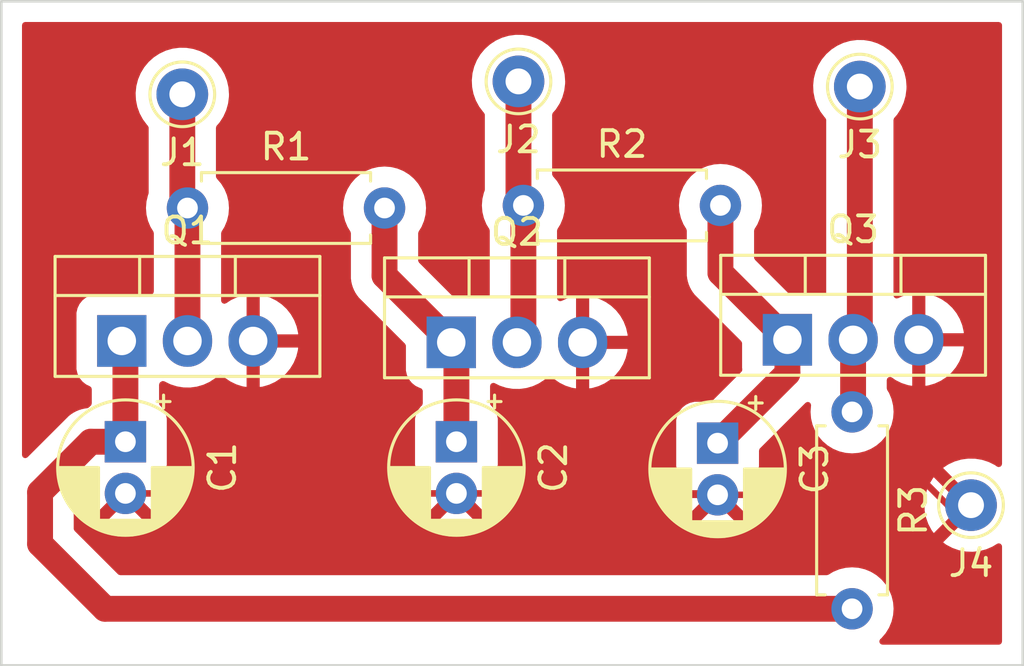
<source format=kicad_pcb>
(kicad_pcb (version 20211014) (generator pcbnew)
  (layers (0 "F.Cu" signal) (31 "B.Cu" signal) (34 "B.Paste" user) (35 "F.Paste" user) (36 "B.SilkS" user "B.Silkscreen") (37 "F.SilkS" user "F.Silkscreen") (38 "B.Mask" user) (39 "F.Mask" user) (44 "Edge.Cuts" user))
  (net 0 "")
  (net 1 "Net-(C1-Pad1)")
  (net 2 "GND")
  (net 3 "Net-(C2-Pad1)")
  (net 4 "Net-(C3-Pad1)")
  (net 5 "Net-(J1-Pad1)")
  (net 6 "Net-(J2-Pad1)")
  (net 7 "Net-(J3-Pad1)")
  (footprint "Resistor_THT:R_Axial_DIN0207_L6.3mm_D2.5mm_P7.62mm_Horizontal" (layer "F.Cu") (at 118.7 67.8)
    (fp_text reference "R1" (at 3.81 -2.37) (layer "F.SilkS"))
    (fp_text value "200k")
    (fp_line (start 7.08 -1.37) (end 7.08 -1.04) (layer "F.SilkS") (width 0.12))
    (fp_line (start 7.08 1.37) (end 7.08 1.04) (layer "F.SilkS") (width 0.12))
    (fp_line (start 0.54 -1.37) (end 7.08 -1.37) (layer "F.SilkS") (width 0.12))
    (fp_line (start 0.54 1.37) (end 7.08 1.37) (layer "F.SilkS") (width 0.12))
    (fp_line (start 0.54 1.04) (end 0.54 1.37) (layer "F.SilkS") (width 0.12))
    (fp_line (start 0.54 -1.04) (end 0.54 -1.37) (layer "F.SilkS") (width 0.12))
    (pad "1" thru_hole circle (at 0 0) (size 1.6 1.6) (drill 0.8) (layers *.Cu *.Mask) (net 5 "Net-(J1-Pad1)"))
    (pad "2" thru_hole oval (at 7.62 0) (size 1.6 1.6) (drill 0.8) (layers *.Cu *.Mask) (net 3 "Net-(C2-Pad1)"))
  )
  (footprint "Connector_Pin:Pin_D1.0mm_L10.0mm" (layer "F.Cu") (at 118.5 63.4)
    (fp_text reference "J1" (at 0 2.25) (layer "F.SilkS"))
    (fp_text value "R")
    (fp_circle (center 0 0) (end 1.25 0.05) (layer "F.SilkS") (width 0.12) (fill none))
    (pad "1" thru_hole circle (at 0 0) (size 2 2) (drill 1) (layers *.Cu *.Mask) (net 5 "Net-(J1-Pad1)"))
  )
  (footprint "Capacitor_THT:CP_Radial_D5.0mm_P2.00mm" (layer "F.Cu") (at 129.1 76.844888 -90)
    (fp_text reference "C2" (at 1 -3.75 90) (layer "F.SilkS"))
    (fp_text value "4.7")
    (fp_line (start 1.36 1.04) (end 1.36 2.556) (layer "F.SilkS") (width 0.12))
    (fp_line (start 2.081 1.04) (end 2.081 2.348) (layer "F.SilkS") (width 0.12))
    (fp_line (start 1.6 -2.511) (end 1.6 -1.04) (layer "F.SilkS") (width 0.12))
    (fp_line (start 1.801 1.04) (end 1.801 2.455) (layer "F.SilkS") (width 0.12))
    (fp_line (start 2.921 -1.743) (end 2.921 -1.04) (layer "F.SilkS") (width 0.12))
    (fp_line (start 2.841 1.04) (end 2.841 1.826) (layer "F.SilkS") (width 0.12))
    (fp_line (start 1.761 1.04) (end 1.761 2.468) (layer "F.SilkS") (width 0.12))
    (fp_line (start 3.521 -0.677) (end 3.521 0.677) (layer "F.SilkS") (width 0.12))
    (fp_line (start 2.161 1.04) (end 2.161 2.31) (layer "F.SilkS") (width 0.12))
    (fp_line (start 2.721 -1.937) (end 2.721 -1.04) (layer "F.SilkS") (width 0.12))
    (fp_line (start 2.401 -2.175) (end 2.401 -1.04) (layer "F.SilkS") (width 0.12))
    (fp_line (start 2.281 -2.247) (end 2.281 -1.04) (layer "F.SilkS") (width 0.12))
    (fp_line (start -1.554775 -1.725) (end -1.554775 -1.225) (layer "F.SilkS") (width 0.12))
    (fp_line (start 2.801 -1.864) (end 2.801 -1.04) (layer "F.SilkS") (width 0.12))
    (fp_line (start 2.641 1.04) (end 2.641 2.004) (layer "F.SilkS") (width 0.12))
    (fp_line (start 2.041 1.04) (end 2.041 2.365) (layer "F.SilkS") (width 0.12))
    (fp_line (start 1.12 1.04) (end 1.12 2.578) (layer "F.SilkS") (width 0.12))
    (fp_line (start 1.12 -2.578) (end 1.12 -1.04) (layer "F.SilkS") (width 0.12))
    (fp_line (start 1.28 1.04) (end 1.28 2.565) (layer "F.SilkS") (width 0.12))
    (fp_line (start 1.36 -2.556) (end 1.36 -1.04) (layer "F.SilkS") (width 0.12))
    (fp_line (start 2.241 1.04) (end 2.241 2.268) (layer "F.SilkS") (width 0.12))
    (fp_line (start 1.68 1.04) (end 1.68 2.491) (layer "F.SilkS") (width 0.12))
    (fp_line (start 1.721 -2.48) (end 1.721 -1.04) (layer "F.SilkS") (width 0.12))
    (fp_line (start 3.601 -0.284) (end 3.601 0.284) (layer "F.SilkS") (width 0.12))
    (fp_line (start 1.921 1.04) (end 1.921 2.414) (layer "F.SilkS") (width 0.12))
    (fp_line (start 3.481 -0.805) (end 3.481 0.805) (layer "F.SilkS") (width 0.12))
    (fp_line (start 1.841 1.04) (end 1.841 2.442) (layer "F.SilkS") (width 0.12))
    (fp_line (start 1.881 1.04) (end 1.881 2.428) (layer "F.SilkS") (width 0.12))
    (fp_line (start 1.921 -2.414) (end 1.921 -1.04) (layer "F.SilkS") (width 0.12))
    (fp_line (start 2.601 -2.035) (end 2.601 -1.04) (layer "F.SilkS") (width 0.12))
    (fp_line (start 2.761 1.04) (end 2.761 1.901) (layer "F.SilkS") (width 0.12))
    (fp_line (start 2.361 -2.2) (end 2.361 -1.04) (layer "F.SilkS") (width 0.12))
    (fp_line (start -1.804775 -1.475) (end -1.304775 -1.475) (layer "F.SilkS") (width 0.12))
    (fp_line (start 2.201 1.04) (end 2.201 2.29) (layer "F.SilkS") (width 0.12))
    (fp_line (start 1.24 1.04) (end 1.24 2.569) (layer "F.SilkS") (width 0.12))
    (fp_line (start 3.001 1.04) (end 3.001 1.653) (layer "F.SilkS") (width 0.12))
    (fp_line (start 2.041 -2.365) (end 2.041 -1.04) (layer "F.SilkS") (width 0.12))
    (fp_line (start 2.121 1.04) (end 2.121 2.329) (layer "F.SilkS") (width 0.12))
    (fp_line (start 1.52 -2.528) (end 1.52 -1.04) (layer "F.SilkS") (width 0.12))
    (fp_line (start 1.08 1.04) (end 1.08 2.579) (layer "F.SilkS") (width 0.12))
    (fp_line (start 2.961 -1.699) (end 2.961 -1.04) (layer "F.SilkS") (width 0.12))
    (fp_line (start 3.321 -1.178) (end 3.321 1.178) (layer "F.SilkS") (width 0.12))
    (fp_line (start 2.521 -2.095) (end 2.521 -1.04) (layer "F.SilkS") (width 0.12))
    (fp_line (start 1.881 -2.428) (end 1.881 -1.04) (layer "F.SilkS") (width 0.12))
    (fp_line (start 3.161 -1.443) (end 3.161 1.443) (layer "F.SilkS") (width 0.12))
    (fp_line (start 2.441 -2.149) (end 2.441 -1.04) (layer "F.SilkS") (width 0.12))
    (fp_line (start 2.281 1.04) (end 2.281 2.247) (layer "F.SilkS") (width 0.12))
    (fp_line (start 1.721 1.04) (end 1.721 2.48) (layer "F.SilkS") (width 0.12))
    (fp_line (start 2.321 -2.224) (end 2.321 -1.04) (layer "F.SilkS") (width 0.12))
    (fp_line (start 2.801 1.04) (end 2.801 1.864) (layer "F.SilkS") (width 0.12))
    (fp_line (start 2.241 -2.268) (end 2.241 -1.04) (layer "F.SilkS") (width 0.12))
    (fp_line (start 2.921 1.04) (end 2.921 1.743) (layer "F.SilkS") (width 0.12))
    (fp_line (start 2.881 1.04) (end 2.881 1.785) (layer "F.SilkS") (width 0.12))
    (fp_line (start 1.4 1.04) (end 1.4 2.55) (layer "F.SilkS") (width 0.12))
    (fp_line (start 3.001 -1.653) (end 3.001 -1.04) (layer "F.SilkS") (width 0.12))
    (fp_line (start 2.161 -2.31) (end 2.161 -1.04) (layer "F.SilkS") (width 0.12))
    (fp_line (start 3.361 -1.098) (end 3.361 1.098) (layer "F.SilkS") (width 0.12))
    (fp_line (start 1.961 -2.398) (end 1.961 -1.04) (layer "F.SilkS") (width 0.12))
    (fp_line (start 2.401 1.04) (end 2.401 2.175) (layer "F.SilkS") (width 0.12))
    (fp_line (start 2.561 -2.065) (end 2.561 -1.04) (layer "F.SilkS") (width 0.12))
    (fp_line (start 3.561 -0.518) (end 3.561 0.518) (layer "F.SilkS") (width 0.12))
    (fp_line (start 1.64 1.04) (end 1.64 2.501) (layer "F.SilkS") (width 0.12))
    (fp_line (start 2.481 1.04) (end 2.481 2.122) (layer "F.SilkS") (width 0.12))
    (fp_line (start 1.08 -2.579) (end 1.08 -1.04) (layer "F.SilkS") (width 0.12))
    (fp_line (start 2.201 -2.29) (end 2.201 -1.04) (layer "F.SilkS") (width 0.12))
    (fp_line (start 1.04 -2.58) (end 1.04 -1.04) (layer "F.SilkS") (width 0.12))
    (fp_line (start 2.561 1.04) (end 2.561 2.065) (layer "F.SilkS") (width 0.12))
    (fp_line (start 3.121 -1.5) (end 3.121 1.5) (layer "F.SilkS") (width 0.12))
    (fp_line (start 2.321 1.04) (end 2.321 2.224) (layer "F.SilkS") (width 0.12))
    (fp_line (start 1.48 1.04) (end 1.48 2.536) (layer "F.SilkS") (width 0.12))
    (fp_line (start 2.601 1.04) (end 2.601 2.035) (layer "F.SilkS") (width 0.12))
    (fp_line (start 1.56 -2.52) (end 1.56 -1.04) (layer "F.SilkS") (width 0.12))
    (fp_line (start 3.201 -1.383) (end 3.201 1.383) (layer "F.SilkS") (width 0.12))
    (fp_line (start 2.681 -1.971) (end 2.681 -1.04) (layer "F.SilkS") (width 0.12))
    (fp_line (start 2.001 -2.382) (end 2.001 -1.04) (layer "F.SilkS") (width 0.12))
    (fp_line (start 1.48 -2.536) (end 1.48 -1.04) (layer "F.SilkS") (width 0.12))
    (fp_line (start 1.52 1.04) (end 1.52 2.528) (layer "F.SilkS") (width 0.12))
    (fp_line (start 1.801 -2.455) (end 1.801 -1.04) (layer "F.SilkS") (width 0.12))
    (fp_line (start 1.64 -2.501) (end 1.64 -1.04) (layer "F.SilkS") (width 0.12))
    (fp_line (start 2.521 1.04) (end 2.521 2.095) (layer "F.SilkS") (width 0.12))
    (fp_line (start 2.881 -1.785) (end 2.881 -1.04) (layer "F.SilkS") (width 0.12))
    (fp_line (start 1.761 -2.468) (end 1.761 -1.04) (layer "F.SilkS") (width 0.12))
    (fp_line (start 2.841 -1.826) (end 2.841 -1.04) (layer "F.SilkS") (width 0.12))
    (fp_line (start 1.2 -2.573) (end 1.2 -1.04) (layer "F.SilkS") (width 0.12))
    (fp_line (start 1 -2.58) (end 1 -1.04) (layer "F.SilkS") (width 0.12))
    (fp_line (start 2.081 -2.348) (end 2.081 -1.04) (layer "F.SilkS") (width 0.12))
    (fp_line (start 1.68 -2.491) (end 1.68 -1.04) (layer "F.SilkS") (width 0.12))
    (fp_line (start 3.441 -0.915) (end 3.441 0.915) (layer "F.SilkS") (width 0.12))
    (fp_line (start 1.28 -2.565) (end 1.28 -1.04) (layer "F.SilkS") (width 0.12))
    (fp_line (start 1.16 1.04) (end 1.16 2.576) (layer "F.SilkS") (width 0.12))
    (fp_line (start 2.761 -1.901) (end 2.761 -1.04) (layer "F.SilkS") (width 0.12))
    (fp_line (start 1.24 -2.569) (end 1.24 -1.04) (layer "F.SilkS") (width 0.12))
    (fp_line (start 1.6 1.04) (end 1.6 2.511) (layer "F.SilkS") (width 0.12))
    (fp_line (start 2.121 -2.329) (end 2.121 -1.04) (layer "F.SilkS") (width 0.12))
    (fp_line (start 1.961 1.04) (end 1.961 2.398) (layer "F.SilkS") (width 0.12))
    (fp_line (start 2.361 1.04) (end 2.361 2.2) (layer "F.SilkS") (width 0.12))
    (fp_line (start 1.44 1.04) (end 1.44 2.543) (layer "F.SilkS") (width 0.12))
    (fp_line (start 2.721 1.04) (end 2.721 1.937) (layer "F.SilkS") (width 0.12))
    (fp_line (start 1.32 1.04) (end 1.32 2.561) (layer "F.SilkS") (width 0.12))
    (fp_line (start 2.001 1.04) (end 2.001 2.382) (layer "F.SilkS") (width 0.12))
    (fp_line (start 1.56 1.04) (end 1.56 2.52) (layer "F.SilkS") (width 0.12))
    (fp_line (start 1.44 -2.543) (end 1.44 -1.04) (layer "F.SilkS") (width 0.12))
    (fp_line (start 1 1.04) (end 1 2.58) (layer "F.SilkS") (width 0.12))
    (fp_line (start 1.841 -2.442) (end 1.841 -1.04) (layer "F.SilkS") (width 0.12))
    (fp_line (start 3.401 -1.011) (end 3.401 1.011) (layer "F.SilkS") (width 0.12))
    (fp_line (start 3.281 -1.251) (end 3.281 1.251) (layer "F.SilkS") (width 0.12))
    (fp_line (start 2.441 1.04) (end 2.441 2.149) (layer "F.SilkS") (width 0.12))
    (fp_line (start 2.481 -2.122) (end 2.481 -1.04) (layer "F.SilkS") (width 0.12))
    (fp_line (start 3.241 -1.319) (end 3.241 1.319) (layer "F.SilkS") (width 0.12))
    (fp_line (start 3.081 -1.554) (end 3.081 1.554) (layer "F.SilkS") (width 0.12))
    (fp_line (start 3.041 -1.605) (end 3.041 1.605) (layer "F.SilkS") (width 0.12))
    (fp_line (start 2.681 1.04) (end 2.681 1.971) (layer "F.SilkS") (width 0.12))
    (fp_line (start 1.16 -2.576) (end 1.16 -1.04) (layer "F.SilkS") (width 0.12))
    (fp_line (start 1.32 -2.561) (end 1.32 -1.04) (layer "F.SilkS") (width 0.12))
    (fp_line (start 1.4 -2.55) (end 1.4 -1.04) (layer "F.SilkS") (width 0.12))
    (fp_line (start 1.04 1.04) (end 1.04 2.58) (layer "F.SilkS") (width 0.12))
    (fp_line (start 2.961 1.04) (end 2.961 1.699) (layer "F.SilkS") (width 0.12))
    (fp_line (start 2.641 -2.004) (end 2.641 -1.04) (layer "F.SilkS") (width 0.12))
    (fp_line (start 1.2 1.04) (end 1.2 2.573) (layer "F.SilkS") (width 0.12))
    (fp_circle (center 1 0) (end 3.62 0) (layer "F.SilkS") (width 0.12) (fill none))
    (pad "1" thru_hole rect (at 0 0 270) (size 1.6 1.6) (drill 0.8) (layers *.Cu *.Mask) (net 3 "Net-(C2-Pad1)"))
    (pad "2" thru_hole circle (at 2 0 270) (size 1.6 1.6) (drill 0.8) (layers *.Cu *.Mask) (net 2 "GND"))
  )
  (footprint "Connector_Pin:Pin_D1.0mm_L10.0mm" (layer "F.Cu") (at 144.7 63.1)
    (fp_text reference "J3" (at 0 2.25) (layer "F.SilkS"))
    (fp_text value "B")
    (fp_circle (center 0 0) (end 1.25 0.05) (layer "F.SilkS") (width 0.12) (fill none))
    (pad "1" thru_hole circle (at 0 0) (size 2 2) (drill 1) (layers *.Cu *.Mask) (net 7 "Net-(J3-Pad1)"))
  )
  (footprint "Package_TO_SOT_THT:TO-220-3_Vertical" (layer "F.Cu") (at 116.16 72.945)
    (fp_text reference "Q1" (at 2.54 -4.27) (layer "F.SilkS"))
    (fp_text value "IRLZ44N")
    (fp_line (start 0.69 -3.27) (end 0.69 -1.76) (layer "F.SilkS") (width 0.12))
    (fp_line (start 7.66 -3.27) (end 7.66 1.371) (layer "F.SilkS") (width 0.12))
    (fp_line (start -2.58 -3.27) (end -2.58 1.371) (layer "F.SilkS") (width 0.12))
    (fp_line (start -2.58 1.371) (end 7.66 1.371) (layer "F.SilkS") (width 0.12))
    (fp_line (start -2.58 -3.27) (end 7.66 -3.27) (layer "F.SilkS") (width 0.12))
    (fp_line (start 4.391 -3.27) (end 4.391 -1.76) (layer "F.SilkS") (width 0.12))
    (fp_line (start -2.58 -1.76) (end 7.66 -1.76) (layer "F.SilkS") (width 0.12))
    (pad "1" thru_hole rect (at 0 0) (size 1.905 2) (drill 1.1) (layers *.Cu *.Mask) (net 1 "Net-(C1-Pad1)"))
    (pad "2" thru_hole oval (at 2.54 0) (size 1.905 2) (drill 1.1) (layers *.Cu *.Mask) (net 5 "Net-(J1-Pad1)"))
    (pad "3" thru_hole oval (at 5.08 0) (size 1.905 2) (drill 1.1) (layers *.Cu *.Mask) (net 2 "GND"))
  )
  (footprint "Resistor_THT:R_Axial_DIN0207_L6.3mm_D2.5mm_P7.62mm_Horizontal" (layer "F.Cu") (at 131.69 67.7)
    (fp_text reference "R2" (at 3.81 -2.37) (layer "F.SilkS"))
    (fp_text value "200k")
    (fp_line (start 7.08 1.37) (end 7.08 1.04) (layer "F.SilkS") (width 0.12))
    (fp_line (start 0.54 -1.04) (end 0.54 -1.37) (layer "F.SilkS") (width 0.12))
    (fp_line (start 7.08 -1.37) (end 7.08 -1.04) (layer "F.SilkS") (width 0.12))
    (fp_line (start 0.54 1.37) (end 7.08 1.37) (layer "F.SilkS") (width 0.12))
    (fp_line (start 0.54 1.04) (end 0.54 1.37) (layer "F.SilkS") (width 0.12))
    (fp_line (start 0.54 -1.37) (end 7.08 -1.37) (layer "F.SilkS") (width 0.12))
    (pad "1" thru_hole circle (at 0 0) (size 1.6 1.6) (drill 0.8) (layers *.Cu *.Mask) (net 6 "Net-(J2-Pad1)"))
    (pad "2" thru_hole oval (at 7.62 0) (size 1.6 1.6) (drill 0.8) (layers *.Cu *.Mask) (net 4 "Net-(C3-Pad1)"))
  )
  (footprint "Resistor_THT:R_Axial_DIN0207_L6.3mm_D2.5mm_P7.62mm_Horizontal" (layer "F.Cu") (at 144.4 75.69 -90)
    (fp_text reference "R3" (at 3.81 -2.37 90) (layer "F.SilkS"))
    (fp_text value "200k")
    (fp_line (start 0.54 -1.04) (end 0.54 -1.37) (layer "F.SilkS") (width 0.12))
    (fp_line (start 7.08 1.37) (end 7.08 1.04) (layer "F.SilkS") (width 0.12))
    (fp_line (start 0.54 1.37) (end 7.08 1.37) (layer "F.SilkS") (width 0.12))
    (fp_line (start 0.54 -1.37) (end 7.08 -1.37) (layer "F.SilkS") (width 0.12))
    (fp_line (start 7.08 -1.37) (end 7.08 -1.04) (layer "F.SilkS") (width 0.12))
    (fp_line (start 0.54 1.04) (end 0.54 1.37) (layer "F.SilkS") (width 0.12))
    (pad "1" thru_hole circle (at 0 0 270) (size 1.6 1.6) (drill 0.8) (layers *.Cu *.Mask) (net 7 "Net-(J3-Pad1)"))
    (pad "2" thru_hole oval (at 7.62 0 270) (size 1.6 1.6) (drill 0.8) (layers *.Cu *.Mask) (net 1 "Net-(C1-Pad1)"))
  )
  (footprint "Connector_Pin:Pin_D1.0mm_L10.0mm" (layer "F.Cu") (at 149 79.3)
    (fp_text reference "J4" (at 0 2.25) (layer "F.SilkS"))
    (fp_text value "B")
    (fp_circle (center 0 0) (end 1.25 0.05) (layer "F.SilkS") (width 0.12) (fill none))
    (pad "1" thru_hole circle (at 0 0) (size 2 2) (drill 1) (layers *.Cu *.Mask) (net 2 "GND"))
  )
  (footprint "Connector_Pin:Pin_D1.0mm_L10.0mm" (layer "F.Cu") (at 131.5 62.9)
    (fp_text reference "J2" (at 0 2.25) (layer "F.SilkS"))
    (fp_text value "G")
    (fp_circle (center 0 0) (end 1.25 0.05) (layer "F.SilkS") (width 0.12) (fill none))
    (pad "1" thru_hole circle (at 0 0) (size 2 2) (drill 1) (layers *.Cu *.Mask) (net 6 "Net-(J2-Pad1)"))
  )
  (footprint "Capacitor_THT:CP_Radial_D5.0mm_P2.00mm" (layer "F.Cu") (at 139.2 76.9 -90)
    (fp_text reference "C3" (at 1 -3.75 90) (layer "F.SilkS"))
    (fp_text value "4.7")
    (fp_line (start 3.201 -1.383) (end 3.201 1.383) (layer "F.SilkS") (width 0.12))
    (fp_line (start 3.441 -0.915) (end 3.441 0.915) (layer "F.SilkS") (width 0.12))
    (fp_line (start 2.241 -2.268) (end 2.241 -1.04) (layer "F.SilkS") (width 0.12))
    (fp_line (start 2.841 -1.826) (end 2.841 -1.04) (layer "F.SilkS") (width 0.12))
    (fp_line (start 1.32 -2.561) (end 1.32 -1.04) (layer "F.SilkS") (width 0.12))
    (fp_line (start 2.121 1.04) (end 2.121 2.329) (layer "F.SilkS") (width 0.12))
    (fp_line (start 1.52 1.04) (end 1.52 2.528) (layer "F.SilkS") (width 0.12))
    (fp_line (start 1.56 1.04) (end 1.56 2.52) (layer "F.SilkS") (width 0.12))
    (fp_line (start 2.361 1.04) (end 2.361 2.2) (layer "F.SilkS") (width 0.12))
    (fp_line (start 1.801 -2.455) (end 1.801 -1.04) (layer "F.SilkS") (width 0.12))
    (fp_line (start 1.68 -2.491) (end 1.68 -1.04) (layer "F.SilkS") (width 0.12))
    (fp_line (start 2.761 -1.901) (end 2.761 -1.04) (layer "F.SilkS") (width 0.12))
    (fp_line (start 2.041 1.04) (end 2.041 2.365) (layer "F.SilkS") (width 0.12))
    (fp_line (start 2.521 -2.095) (end 2.521 -1.04) (layer "F.SilkS") (width 0.12))
    (fp_line (start 2.761 1.04) (end 2.761 1.901) (layer "F.SilkS") (width 0.12))
    (fp_line (start 2.561 1.04) (end 2.561 2.065) (layer "F.SilkS") (width 0.12))
    (fp_line (start 2.561 -2.065) (end 2.561 -1.04) (layer "F.SilkS") (width 0.12))
    (fp_line (start 2.321 1.04) (end 2.321 2.224) (layer "F.SilkS") (width 0.12))
    (fp_line (start 1.921 -2.414) (end 1.921 -1.04) (layer "F.SilkS") (width 0.12))
    (fp_line (start 1.68 1.04) (end 1.68 2.491) (layer "F.SilkS") (width 0.12))
    (fp_line (start 1.921 1.04) (end 1.921 2.414) (layer "F.SilkS") (width 0.12))
    (fp_line (start 1.24 1.04) (end 1.24 2.569) (layer "F.SilkS") (width 0.12))
    (fp_line (start 1.961 1.04) (end 1.961 2.398) (layer "F.SilkS") (width 0.12))
    (fp_line (start 2.321 -2.224) (end 2.321 -1.04) (layer "F.SilkS") (width 0.12))
    (fp_line (start 2.161 1.04) (end 2.161 2.31) (layer "F.SilkS") (width 0.12))
    (fp_line (start 1.4 -2.55) (end 1.4 -1.04) (layer "F.SilkS") (width 0.12))
    (fp_line (start 2.601 -2.035) (end 2.601 -1.04) (layer "F.SilkS") (width 0.12))
    (fp_line (start 3.521 -0.677) (end 3.521 0.677) (layer "F.SilkS") (width 0.12))
    (fp_line (start 2.921 1.04) (end 2.921 1.743) (layer "F.SilkS") (width 0.12))
    (fp_line (start -1.554775 -1.725) (end -1.554775 -1.225) (layer "F.SilkS") (width 0.12))
    (fp_line (start 1.04 1.04) (end 1.04 2.58) (layer "F.SilkS") (width 0.12))
    (fp_line (start 1.2 -2.573) (end 1.2 -1.04) (layer "F.SilkS") (width 0.12))
    (fp_line (start 2.641 1.04) (end 2.641 2.004) (layer "F.SilkS") (width 0.12))
    (fp_line (start 2.881 -1.785) (end 2.881 -1.04) (layer "F.SilkS") (width 0.12))
    (fp_line (start 2.081 -2.348) (end 2.081 -1.04) (layer "F.SilkS") (width 0.12))
    (fp_line (start 3.001 1.04) (end 3.001 1.653) (layer "F.SilkS") (width 0.12))
    (fp_line (start 1.08 1.04) (end 1.08 2.579) (layer "F.SilkS") (width 0.12))
    (fp_line (start 2.801 -1.864) (end 2.801 -1.04) (layer "F.SilkS") (width 0.12))
    (fp_line (start 2.081 1.04) (end 2.081 2.348) (layer "F.SilkS") (width 0.12))
    (fp_line (start 1.16 1.04) (end 1.16 2.576) (layer "F.SilkS") (width 0.12))
    (fp_line (start 3.241 -1.319) (end 3.241 1.319) (layer "F.SilkS") (width 0.12))
    (fp_line (start 1.721 -2.48) (end 1.721 -1.04) (layer "F.SilkS") (width 0.12))
    (fp_line (start 2.801 1.04) (end 2.801 1.864) (layer "F.SilkS") (width 0.12))
    (fp_line (start 1.12 1.04) (end 1.12 2.578) (layer "F.SilkS") (width 0.12))
    (fp_line (start 3.081 -1.554) (end 3.081 1.554) (layer "F.SilkS") (width 0.12))
    (fp_line (start 1.28 1.04) (end 1.28 2.565) (layer "F.SilkS") (width 0.12))
    (fp_line (start 1.44 -2.543) (end 1.44 -1.04) (layer "F.SilkS") (width 0.12))
    (fp_line (start 2.681 1.04) (end 2.681 1.971) (layer "F.SilkS") (width 0.12))
    (fp_line (start 1.08 -2.579) (end 1.08 -1.04) (layer "F.SilkS") (width 0.12))
    (fp_line (start 3.321 -1.178) (end 3.321 1.178) (layer "F.SilkS") (width 0.12))
    (fp_line (start 2.521 1.04) (end 2.521 2.095) (layer "F.SilkS") (width 0.12))
    (fp_line (start 2.201 -2.29) (end 2.201 -1.04) (layer "F.SilkS") (width 0.12))
    (fp_line (start 1 -2.58) (end 1 -1.04) (layer "F.SilkS") (width 0.12))
    (fp_line (start 3.161 -1.443) (end 3.161 1.443) (layer "F.SilkS") (width 0.12))
    (fp_line (start 1 1.04) (end 1 2.58) (layer "F.SilkS") (width 0.12))
    (fp_line (start 2.241 1.04) (end 2.241 2.268) (layer "F.SilkS") (width 0.12))
    (fp_line (start 2.921 -1.743) (end 2.921 -1.04) (layer "F.SilkS") (width 0.12))
    (fp_line (start 1.28 -2.565) (end 1.28 -1.04) (layer "F.SilkS") (width 0.12))
    (fp_line (start 2.961 1.04) (end 2.961 1.699) (layer "F.SilkS") (width 0.12))
    (fp_line (start 2.641 -2.004) (end 2.641 -1.04) (layer "F.SilkS") (width 0.12))
    (fp_line (start 1.4 1.04) (end 1.4 2.55) (layer "F.SilkS") (width 0.12))
    (fp_line (start 2.721 -1.937) (end 2.721 -1.04) (layer "F.SilkS") (width 0.12))
    (fp_line (start 1.36 -2.556) (end 1.36 -1.04) (layer "F.SilkS") (width 0.12))
    (fp_line (start 1.64 1.04) (end 1.64 2.501) (layer "F.SilkS") (width 0.12))
    (fp_line (start 2.681 -1.971) (end 2.681 -1.04) (layer "F.SilkS") (width 0.12))
    (fp_line (start 1.881 1.04) (end 1.881 2.428) (layer "F.SilkS") (width 0.12))
    (fp_line (start 2.361 -2.2) (end 2.361 -1.04) (layer "F.SilkS") (width 0.12))
    (fp_line (start 1.761 -2.468) (end 1.761 -1.04) (layer "F.SilkS") (width 0.12))
    (fp_line (start 1.961 -2.398) (end 1.961 -1.04) (layer "F.SilkS") (width 0.12))
    (fp_line (start 3.001 -1.653) (end 3.001 -1.04) (layer "F.SilkS") (width 0.12))
    (fp_line (start 2.881 1.04) (end 2.881 1.785) (layer "F.SilkS") (width 0.12))
    (fp_line (start 1.721 1.04) (end 1.721 2.48) (layer "F.SilkS") (width 0.12))
    (fp_line (start 2.201 1.04) (end 2.201 2.29) (layer "F.SilkS") (width 0.12))
    (fp_line (start 1.12 -2.578) (end 1.12 -1.04) (layer "F.SilkS") (width 0.12))
    (fp_line (start 1.56 -2.52) (end 1.56 -1.04) (layer "F.SilkS") (width 0.12))
    (fp_line (start 2.481 1.04) (end 2.481 2.122) (layer "F.SilkS") (width 0.12))
    (fp_line (start 3.401 -1.011) (end 3.401 1.011) (layer "F.SilkS") (width 0.12))
    (fp_line (start 1.2 1.04) (end 1.2 2.573) (layer "F.SilkS") (width 0.12))
    (fp_line (start 2.961 -1.699) (end 2.961 -1.04) (layer "F.SilkS") (width 0.12))
    (fp_line (start 2.841 1.04) (end 2.841 1.826) (layer "F.SilkS") (width 0.12))
    (fp_line (start 1.6 1.04) (end 1.6 2.511) (layer "F.SilkS") (width 0.12))
    (fp_line (start 3.561 -0.518) (end 3.561 0.518) (layer "F.SilkS") (width 0.12))
    (fp_line (start 2.121 -2.329) (end 2.121 -1.04) (layer "F.SilkS") (width 0.12))
    (fp_line (start 1.801 1.04) (end 1.801 2.455) (layer "F.SilkS") (width 0.12))
    (fp_line (start -1.804775 -1.475) (end -1.304775 -1.475) (layer "F.SilkS") (width 0.12))
    (fp_line (start 1.881 -2.428) (end 1.881 -1.04) (layer "F.SilkS") (width 0.12))
    (fp_line (start 1.24 -2.569) (end 1.24 -1.04) (layer "F.SilkS") (width 0.12))
    (fp_line (start 1.761 1.04) (end 1.761 2.468) (layer "F.SilkS") (width 0.12))
    (fp_line (start 2.481 -2.122) (end 2.481 -1.04) (layer "F.SilkS") (width 0.12))
    (fp_line (start 1.64 -2.501) (end 1.64 -1.04) (layer "F.SilkS") (width 0.12))
    (fp_line (start 2.441 -2.149) (end 2.441 -1.04) (layer "F.SilkS") (width 0.12))
    (fp_line (start 2.721 1.04) (end 2.721 1.937) (layer "F.SilkS") (width 0.12))
    (fp_line (start 3.361 -1.098) (end 3.361 1.098) (layer "F.SilkS") (width 0.12))
    (fp_line (start 1.841 1.04) (end 1.841 2.442) (layer "F.SilkS") (width 0.12))
    (fp_line (start 1.48 -2.536) (end 1.48 -1.04) (layer "F.SilkS") (width 0.12))
    (fp_line (start 2.281 1.04) (end 2.281 2.247) (layer "F.SilkS") (width 0.12))
    (fp_line (start 1.16 -2.576) (end 1.16 -1.04) (layer "F.SilkS") (width 0.12))
    (fp_line (start 2.601 1.04) (end 2.601 2.035) (layer "F.SilkS") (width 0.12))
    (fp_line (start 2.161 -2.31) (end 2.161 -1.04) (layer "F.SilkS") (width 0.12))
    (fp_line (start 1.36 1.04) (end 1.36 2.556) (layer "F.SilkS") (width 0.12))
    (fp_line (start 1.32 1.04) (end 1.32 2.561) (layer "F.SilkS") (width 0.12))
    (fp_line (start 1.04 -2.58) (end 1.04 -1.04) (layer "F.SilkS") (width 0.12))
    (fp_line (start 2.001 -2.382) (end 2.001 -1.04) (layer "F.SilkS") (width 0.12))
    (fp_line (start 2.441 1.04) (end 2.441 2.149) (layer "F.SilkS") (width 0.12))
    (fp_line (start 3.281 -1.251) (end 3.281 1.251) (layer "F.SilkS") (width 0.12))
    (fp_line (start 2.401 -2.175) (end 2.401 -1.04) (layer "F.SilkS") (width 0.12))
    (fp_line (start 1.44 1.04) (end 1.44 2.543) (layer "F.SilkS") (width 0.12))
    (fp_line (start 2.001 1.04) (end 2.001 2.382) (layer "F.SilkS") (width 0.12))
    (fp_line (start 2.401 1.04) (end 2.401 2.175) (layer "F.SilkS") (width 0.12))
    (fp_line (start 2.041 -2.365) (end 2.041 -1.04) (layer "F.SilkS") (width 0.12))
    (fp_line (start 2.281 -2.247) (end 2.281 -1.04) (layer "F.SilkS") (width 0.12))
    (fp_line (start 3.121 -1.5) (end 3.121 1.5) (layer "F.SilkS") (width 0.12))
    (fp_line (start 1.52 -2.528) (end 1.52 -1.04) (layer "F.SilkS") (width 0.12))
    (fp_line (start 1.6 -2.511) (end 1.6 -1.04) (layer "F.SilkS") (width 0.12))
    (fp_line (start 1.48 1.04) (end 1.48 2.536) (layer "F.SilkS") (width 0.12))
    (fp_line (start 1.841 -2.442) (end 1.841 -1.04) (layer "F.SilkS") (width 0.12))
    (fp_line (start 3.601 -0.284) (end 3.601 0.284) (layer "F.SilkS") (width 0.12))
    (fp_line (start 3.481 -0.805) (end 3.481 0.805) (layer "F.SilkS") (width 0.12))
    (fp_line (start 3.041 -1.605) (end 3.041 1.605) (layer "F.SilkS") (width 0.12))
    (fp_circle (center 1 0) (end 3.62 0) (layer "F.SilkS") (width 0.12) (fill none))
    (pad "1" thru_hole rect (at 0 0 270) (size 1.6 1.6) (drill 0.8) (layers *.Cu *.Mask) (net 4 "Net-(C3-Pad1)"))
    (pad "2" thru_hole circle (at 2 0 270) (size 1.6 1.6) (drill 0.8) (layers *.Cu *.Mask) (net 2 "GND"))
  )
  (footprint "Package_TO_SOT_THT:TO-220-3_Vertical" (layer "F.Cu") (at 128.9 73)
    (fp_text reference "Q2" (at 2.54 -4.27) (layer "F.SilkS"))
    (fp_text value "IRLZ44N")
    (fp_line (start 4.391 -3.27) (end 4.391 -1.76) (layer "F.SilkS") (width 0.12))
    (fp_line (start -2.58 -1.76) (end 7.66 -1.76) (layer "F.SilkS") (width 0.12))
    (fp_line (start 0.69 -3.27) (end 0.69 -1.76) (layer "F.SilkS") (width 0.12))
    (fp_line (start -2.58 1.371) (end 7.66 1.371) (layer "F.SilkS") (width 0.12))
    (fp_line (start -2.58 -3.27) (end 7.66 -3.27) (layer "F.SilkS") (width 0.12))
    (fp_line (start -2.58 -3.27) (end -2.58 1.371) (layer "F.SilkS") (width 0.12))
    (fp_line (start 7.66 -3.27) (end 7.66 1.371) (layer "F.SilkS") (width 0.12))
    (pad "1" thru_hole rect (at 0 0) (size 1.905 2) (drill 1.1) (layers *.Cu *.Mask) (net 3 "Net-(C2-Pad1)"))
    (pad "2" thru_hole oval (at 2.54 0) (size 1.905 2) (drill 1.1) (layers *.Cu *.Mask) (net 6 "Net-(J2-Pad1)"))
    (pad "3" thru_hole oval (at 5.08 0) (size 1.905 2) (drill 1.1) (layers *.Cu *.Mask) (net 2 "GND"))
  )
  (footprint "Package_TO_SOT_THT:TO-220-3_Vertical" (layer "F.Cu") (at 141.9 72.9)
    (fp_text reference "Q3" (at 2.54 -4.27) (layer "F.SilkS"))
    (fp_text value "IRLZ44N")
    (fp_line (start -2.58 -1.76) (end 7.66 -1.76) (layer "F.SilkS") (width 0.12))
    (fp_line (start -2.58 -3.27) (end -2.58 1.371) (layer "F.SilkS") (width 0.12))
    (fp_line (start 4.391 -3.27) (end 4.391 -1.76) (layer "F.SilkS") (width 0.12))
    (fp_line (start -2.58 -3.27) (end 7.66 -3.27) (layer "F.SilkS") (width 0.12))
    (fp_line (start 7.66 -3.27) (end 7.66 1.371) (layer "F.SilkS") (width 0.12))
    (fp_line (start 0.69 -3.27) (end 0.69 -1.76) (layer "F.SilkS") (width 0.12))
    (fp_line (start -2.58 1.371) (end 7.66 1.371) (layer "F.SilkS") (width 0.12))
    (pad "1" thru_hole rect (at 0 0) (size 1.905 2) (drill 1.1) (layers *.Cu *.Mask) (net 4 "Net-(C3-Pad1)"))
    (pad "2" thru_hole oval (at 2.54 0) (size 1.905 2) (drill 1.1) (layers *.Cu *.Mask) (net 7 "Net-(J3-Pad1)"))
    (pad "3" thru_hole oval (at 5.08 0) (size 1.905 2) (drill 1.1) (layers *.Cu *.Mask) (net 2 "GND"))
  )
  (footprint "Capacitor_THT:CP_Radial_D5.0mm_P2.00mm" (layer "F.Cu") (at 116.3 76.844888 -90)
    (fp_text reference "C1" (at 1 -3.75 90) (layer "F.SilkS"))
    (fp_text value "4.7")
    (fp_line (start 1.721 1.04) (end 1.721 2.48) (layer "F.SilkS") (width 0.12))
    (fp_line (start 2.441 1.04) (end 2.441 2.149) (layer "F.SilkS") (width 0.12))
    (fp_line (start 3.161 -1.443) (end 3.161 1.443) (layer "F.SilkS") (width 0.12))
    (fp_line (start 1.44 -2.543) (end 1.44 -1.04) (layer "F.SilkS") (width 0.12))
    (fp_line (start 1.4 1.04) (end 1.4 2.55) (layer "F.SilkS") (width 0.12))
    (fp_line (start 1.24 -2.569) (end 1.24 -1.04) (layer "F.SilkS") (width 0.12))
    (fp_line (start 3.001 1.04) (end 3.001 1.653) (layer "F.SilkS") (width 0.12))
    (fp_line (start 1.64 1.04) (end 1.64 2.501) (layer "F.SilkS") (width 0.12))
    (fp_line (start 2.241 -2.268) (end 2.241 -1.04) (layer "F.SilkS") (width 0.12))
    (fp_line (start 2.601 -2.035) (end 2.601 -1.04) (layer "F.SilkS") (width 0.12))
    (fp_line (start 2.441 -2.149) (end 2.441 -1.04) (layer "F.SilkS") (width 0.12))
    (fp_line (start 1.961 1.04) (end 1.961 2.398) (layer "F.SilkS") (width 0.12))
    (fp_line (start 1.921 1.04) (end 1.921 2.414) (layer "F.SilkS") (width 0.12))
    (fp_line (start 3.401 -1.011) (end 3.401 1.011) (layer "F.SilkS") (width 0.12))
    (fp_line (start 1.04 1.04) (end 1.04 2.58) (layer "F.SilkS") (width 0.12))
    (fp_line (start 1.24 1.04) (end 1.24 2.569) (layer "F.SilkS") (width 0.12))
    (fp_line (start 1.28 -2.565) (end 1.28 -1.04) (layer "F.SilkS") (width 0.12))
    (fp_line (start 1.48 1.04) (end 1.48 2.536) (layer "F.SilkS") (width 0.12))
    (fp_line (start 1.801 -2.455) (end 1.801 -1.04) (layer "F.SilkS") (width 0.12))
    (fp_line (start 1.68 -2.491) (end 1.68 -1.04) (layer "F.SilkS") (width 0.12))
    (fp_line (start 1.56 -2.52) (end 1.56 -1.04) (layer "F.SilkS") (width 0.12))
    (fp_line (start 2.361 -2.2) (end 2.361 -1.04) (layer "F.SilkS") (width 0.12))
    (fp_line (start 2.681 -1.971) (end 2.681 -1.04) (layer "F.SilkS") (width 0.12))
    (fp_line (start 2.401 1.04) (end 2.401 2.175) (layer "F.SilkS") (width 0.12))
    (fp_line (start 1.2 -2.573) (end 1.2 -1.04) (layer "F.SilkS") (width 0.12))
    (fp_line (start 2.841 -1.826) (end 2.841 -1.04) (layer "F.SilkS") (width 0.12))
    (fp_line (start 2.641 -2.004) (end 2.641 -1.04) (layer "F.SilkS") (width 0.12))
    (fp_line (start 2.881 -1.785) (end 2.881 -1.04) (layer "F.SilkS") (width 0.12))
    (fp_line (start 3.241 -1.319) (end 3.241 1.319) (layer "F.SilkS") (width 0.12))
    (fp_line (start 1.761 -2.468) (end 1.761 -1.04) (layer "F.SilkS") (width 0.12))
    (fp_line (start 2.561 -2.065) (end 2.561 -1.04) (layer "F.SilkS") (width 0.12))
    (fp_line (start 1 -2.58) (end 1 -1.04) (layer "F.SilkS") (width 0.12))
    (fp_line (start 2.881 1.04) (end 2.881 1.785) (layer "F.SilkS") (width 0.12))
    (fp_line (start 1 1.04) (end 1 2.58) (layer "F.SilkS") (width 0.12))
    (fp_line (start 2.201 1.04) (end 2.201 2.29) (layer "F.SilkS") (width 0.12))
    (fp_line (start 2.321 -2.224) (end 2.321 -1.04) (layer "F.SilkS") (width 0.12))
    (fp_line (start 1.881 1.04) (end 1.881 2.428) (layer "F.SilkS") (width 0.12))
    (fp_line (start 2.041 -2.365) (end 2.041 -1.04) (layer "F.SilkS") (width 0.12))
    (fp_line (start 3.321 -1.178) (end 3.321 1.178) (layer "F.SilkS") (width 0.12))
    (fp_line (start 3.521 -0.677) (end 3.521 0.677) (layer "F.SilkS") (width 0.12))
    (fp_line (start 2.841 1.04) (end 2.841 1.826) (layer "F.SilkS") (width 0.12))
    (fp_line (start 2.721 1.04) (end 2.721 1.937) (layer "F.SilkS") (width 0.12))
    (fp_line (start 2.161 -2.31) (end 2.161 -1.04) (layer "F.SilkS") (width 0.12))
    (fp_line (start 1.48 -2.536) (end 1.48 -1.04) (layer "F.SilkS") (width 0.12))
    (fp_line (start 2.201 -2.29) (end 2.201 -1.04) (layer "F.SilkS") (width 0.12))
    (fp_line (start 1.841 -2.442) (end 1.841 -1.04) (layer "F.SilkS") (width 0.12))
    (fp_line (start 2.241 1.04) (end 2.241 2.268) (layer "F.SilkS") (width 0.12))
    (fp_line (start 3.601 -0.284) (end 3.601 0.284) (layer "F.SilkS") (width 0.12))
    (fp_line (start 2.081 1.04) (end 2.081 2.348) (layer "F.SilkS") (width 0.12))
    (fp_line (start 1.04 -2.58) (end 1.04 -1.04) (layer "F.SilkS") (width 0.12))
    (fp_line (start 1.36 -2.556) (end 1.36 -1.04) (layer "F.SilkS") (width 0.12))
    (fp_line (start 1.16 -2.576) (end 1.16 -1.04) (layer "F.SilkS") (width 0.12))
    (fp_line (start 2.721 -1.937) (end 2.721 -1.04) (layer "F.SilkS") (width 0.12))
    (fp_line (start 2.481 1.04) (end 2.481 2.122) (layer "F.SilkS") (width 0.12))
    (fp_line (start 1.16 1.04) (end 1.16 2.576) (layer "F.SilkS") (width 0.12))
    (fp_line (start 1.52 -2.528) (end 1.52 -1.04) (layer "F.SilkS") (width 0.12))
    (fp_line (start 1.721 -2.48) (end 1.721 -1.04) (layer "F.SilkS") (width 0.12))
    (fp_line (start -1.554775 -1.725) (end -1.554775 -1.225) (layer "F.SilkS") (width 0.12))
    (fp_line (start 3.441 -0.915) (end 3.441 0.915) (layer "F.SilkS") (width 0.12))
    (fp_line (start 1.52 1.04) (end 1.52 2.528) (layer "F.SilkS") (width 0.12))
    (fp_line (start 1.68 1.04) (end 1.68 2.491) (layer "F.SilkS") (width 0.12))
    (fp_line (start 2.041 1.04) (end 2.041 2.365) (layer "F.SilkS") (width 0.12))
    (fp_line (start 2.161 1.04) (end 2.161 2.31) (layer "F.SilkS") (width 0.12))
    (fp_line (start 1.08 -2.579) (end 1.08 -1.04) (layer "F.SilkS") (width 0.12))
    (fp_line (start 1.761 1.04) (end 1.761 2.468) (layer "F.SilkS") (width 0.12))
    (fp_line (start 1.36 1.04) (end 1.36 2.556) (layer "F.SilkS") (width 0.12))
    (fp_line (start 2.761 1.04) (end 2.761 1.901) (layer "F.SilkS") (width 0.12))
    (fp_line (start 2.521 -2.095) (end 2.521 -1.04) (layer "F.SilkS") (width 0.12))
    (fp_line (start 2.561 1.04) (end 2.561 2.065) (layer "F.SilkS") (width 0.12))
    (fp_line (start 3.041 -1.605) (end 3.041 1.605) (layer "F.SilkS") (width 0.12))
    (fp_line (start 1.801 1.04) (end 1.801 2.455) (layer "F.SilkS") (width 0.12))
    (fp_line (start 3.081 -1.554) (end 3.081 1.554) (layer "F.SilkS") (width 0.12))
    (fp_line (start 1.32 1.04) (end 1.32 2.561) (layer "F.SilkS") (width 0.12))
    (fp_line (start 2.921 -1.743) (end 2.921 -1.04) (layer "F.SilkS") (width 0.12))
    (fp_line (start 2.921 1.04) (end 2.921 1.743) (layer "F.SilkS") (width 0.12))
    (fp_line (start 1.28 1.04) (end 1.28 2.565) (layer "F.SilkS") (width 0.12))
    (fp_line (start 2.681 1.04) (end 2.681 1.971) (layer "F.SilkS") (width 0.12))
    (fp_line (start 2.001 -2.382) (end 2.001 -1.04) (layer "F.SilkS") (width 0.12))
    (fp_line (start 1.08 1.04) (end 1.08 2.579) (layer "F.SilkS") (width 0.12))
    (fp_line (start 3.201 -1.383) (end 3.201 1.383) (layer "F.SilkS") (width 0.12))
    (fp_line (start 1.961 -2.398) (end 1.961 -1.04) (layer "F.SilkS") (width 0.12))
    (fp_line (start 1.32 -2.561) (end 1.32 -1.04) (layer "F.SilkS") (width 0.12))
    (fp_line (start 2.401 -2.175) (end 2.401 -1.04) (layer "F.SilkS") (width 0.12))
    (fp_line (start 1.841 1.04) (end 1.841 2.442) (layer "F.SilkS") (width 0.12))
    (fp_line (start 1.2 1.04) (end 1.2 2.573) (layer "F.SilkS") (width 0.12))
    (fp_line (start 2.001 1.04) (end 2.001 2.382) (layer "F.SilkS") (width 0.12))
    (fp_line (start 2.361 1.04) (end 2.361 2.2) (layer "F.SilkS") (width 0.12))
    (fp_line (start 2.321 1.04) (end 2.321 2.224) (layer "F.SilkS") (width 0.12))
    (fp_line (start 3.001 -1.653) (end 3.001 -1.04) (layer "F.SilkS") (width 0.12))
    (fp_line (start 2.081 -2.348) (end 2.081 -1.04) (layer "F.SilkS") (width 0.12))
    (fp_line (start 1.6 -2.511) (end 1.6 -1.04) (layer "F.SilkS") (width 0.12))
    (fp_line (start 1.64 -2.501) (end 1.64 -1.04) (layer "F.SilkS") (width 0.12))
    (fp_line (start 3.561 -0.518) (end 3.561 0.518) (layer "F.SilkS") (width 0.12))
    (fp_line (start 1.881 -2.428) (end 1.881 -1.04) (layer "F.SilkS") (width 0.12))
    (fp_line (start 3.361 -1.098) (end 3.361 1.098) (layer "F.SilkS") (width 0.12))
    (fp_line (start 2.801 1.04) (end 2.801 1.864) (layer "F.SilkS") (width 0.12))
    (fp_line (start 2.481 -2.122) (end 2.481 -1.04) (layer "F.SilkS") (width 0.12))
    (fp_line (start 2.281 -2.247) (end 2.281 -1.04) (layer "F.SilkS") (width 0.12))
    (fp_line (start -1.804775 -1.475) (end -1.304775 -1.475) (layer "F.SilkS") (width 0.12))
    (fp_line (start 1.12 -2.578) (end 1.12 -1.04) (layer "F.SilkS") (width 0.12))
    (fp_line (start 1.4 -2.55) (end 1.4 -1.04) (layer "F.SilkS") (width 0.12))
    (fp_line (start 2.521 1.04) (end 2.521 2.095) (layer "F.SilkS") (width 0.12))
    (fp_line (start 2.761 -1.901) (end 2.761 -1.04) (layer "F.SilkS") (width 0.12))
    (fp_line (start 2.961 1.04) (end 2.961 1.699) (layer "F.SilkS") (width 0.12))
    (fp_line (start 2.121 -2.329) (end 2.121 -1.04) (layer "F.SilkS") (width 0.12))
    (fp_line (start 3.281 -1.251) (end 3.281 1.251) (layer "F.SilkS") (width 0.12))
    (fp_line (start 2.801 -1.864) (end 2.801 -1.04) (layer "F.SilkS") (width 0.12))
    (fp_line (start 3.481 -0.805) (end 3.481 0.805) (layer "F.SilkS") (width 0.12))
    (fp_line (start 1.921 -2.414) (end 1.921 -1.04) (layer "F.SilkS") (width 0.12))
    (fp_line (start 2.121 1.04) (end 2.121 2.329) (layer "F.SilkS") (width 0.12))
    (fp_line (start 1.56 1.04) (end 1.56 2.52) (layer "F.SilkS") (width 0.12))
    (fp_line (start 1.12 1.04) (end 1.12 2.578) (layer "F.SilkS") (width 0.12))
    (fp_line (start 2.601 1.04) (end 2.601 2.035) (layer "F.SilkS") (width 0.12))
    (fp_line (start 1.6 1.04) (end 1.6 2.511) (layer "F.SilkS") (width 0.12))
    (fp_line (start 2.961 -1.699) (end 2.961 -1.04) (layer "F.SilkS") (width 0.12))
    (fp_line (start 1.44 1.04) (end 1.44 2.543) (layer "F.SilkS") (width 0.12))
    (fp_line (start 2.641 1.04) (end 2.641 2.004) (layer "F.SilkS") (width 0.12))
    (fp_line (start 3.121 -1.5) (end 3.121 1.5) (layer "F.SilkS") (width 0.12))
    (fp_line (start 2.281 1.04) (end 2.281 2.247) (layer "F.SilkS") (width 0.12))
    (fp_circle (center 1 0) (end 3.62 0) (layer "F.SilkS") (width 0.12) (fill none))
    (pad "1" thru_hole rect (at 0 0 270) (size 1.6 1.6) (drill 0.8) (layers *.Cu *.Mask) (net 1 "Net-(C1-Pad1)"))
    (pad "2" thru_hole circle (at 2 0 270) (size 1.6 1.6) (drill 0.8) (layers *.Cu *.Mask) (net 2 "GND"))
  )
  (gr_rect (start 151 85.5) (end 111.5 59.8) (layer "Edge.Cuts") (width 0.1) (fill none))
  (segment (start 113 78.8) (end 114.955112 76.844888) (width 1) (layer "F.Cu") (net 1))
  (segment (start 116.3 76.844888) (end 116.3 73.085) (width 1) (layer "F.Cu") (net 1))
  (segment (start 144.4 83.31) (end 115.51 83.31) (width 1) (layer "F.Cu") (net 1))
  (segment (start 113 80.8) (end 113 78.8) (width 1) (layer "F.Cu") (net 1))
  (segment (start 114.955112 76.844888) (end 116.3 76.844888) (width 1) (layer "F.Cu") (net 1))
  (segment (start 115.51 83.31) (end 113 80.8) (width 1) (layer "F.Cu") (net 1))
  (segment (start 116.3 73.085) (end 116.16 72.945) (width 1) (layer "F.Cu") (net 1))
  (segment (start 139.2 78.9) (end 146.2 78.9) (width 0.25) (layer "F.Cu") (net 2))
  (segment (start 129.355112 79.1) (end 129.1 78.844888) (width 0.25) (layer "F.Cu") (net 2))
  (segment (start 126.7 78.8) (end 126.744888 78.844888) (width 0.25) (layer "F.Cu") (net 2))
  (segment (start 129.1 78.844888) (end 116.3 78.844888) (width 0.25) (layer "F.Cu") (net 2))
  (segment (start 133.98 76.38) (end 136.5 78.9) (width 0.25) (layer "F.Cu") (net 2))
  (segment (start 146.98 78.12) (end 146.98 72.9) (width 0.25) (layer "F.Cu") (net 2))
  (segment (start 146.2 78.9) (end 146.98 78.12) (width 0.25) (layer "F.Cu") (net 2))
  (segment (start 139.144888 78.844888) (end 139.2 78.9) (width 0.25) (layer "F.Cu") (net 2))
  (segment (start 146.98 78.18) (end 146.98 72.9) (width 0.25) (layer "F.Cu") (net 2))
  (segment (start 129.1 78.844888) (end 139.144888 78.844888) (width 0.25) (layer "F.Cu") (net 2))
  (segment (start 121.24 76.36) (end 121.24 72.945) (width 0.25) (layer "F.Cu") (net 2))
  (segment (start 136.5 78.9) (end 139.2 78.9) (width 0.25) (layer "F.Cu") (net 2))
  (segment (start 121.24 76.34) (end 123.7 78.8) (width 0.25) (layer "F.Cu") (net 2))
  (segment (start 116.3 78.844888) (end 118.755112 78.844888) (width 0.25) (layer "F.Cu") (net 2))
  (segment (start 148.1 79.3) (end 146.98 78.18) (width 0.25) (layer "F.Cu") (net 2))
  (segment (start 121.24 72.945) (end 121.24 76.34) (width 0.25) (layer "F.Cu") (net 2))
  (segment (start 129.1 78.844888) (end 131.515112 78.844888) (width 0.25) (layer "F.Cu") (net 2))
  (segment (start 123.7 78.8) (end 126.7 78.8) (width 0.25) (layer "F.Cu") (net 2))
  (segment (start 131.515112 78.844888) (end 133.98 76.38) (width 0.25) (layer "F.Cu") (net 2))
  (segment (start 149 79.3) (end 148.1 79.3) (width 0.25) (layer "F.Cu") (net 2))
  (segment (start 126.744888 78.844888) (end 129.1 78.844888) (width 0.25) (layer "F.Cu") (net 2))
  (segment (start 118.755112 78.844888) (end 121.24 76.36) (width 0.25) (layer "F.Cu") (net 2))
  (segment (start 133.98 73) (end 133.98 76.38) (width 0.25) (layer "F.Cu") (net 2))
  (segment (start 126.32 67.8) (end 126.32 70.42) (width 1) (layer "F.Cu") (net 3))
  (segment (start 129.1 73.2) (end 128.9 73) (width 1) (layer "F.Cu") (net 3))
  (segment (start 126.32 70.42) (end 128.9 73) (width 1) (layer "F.Cu") (net 3))
  (segment (start 129.1 76.844888) (end 129.1 73.2) (width 1) (layer "F.Cu") (net 3))
  (segment (start 139.31 70.31) (end 141.9 72.9) (width 1) (layer "F.Cu") (net 4))
  (segment (start 139.31 67.7) (end 139.31 70.31) (width 1) (layer "F.Cu") (net 4))
  (segment (start 141.9 72.9) (end 141.9 74.2) (width 1) (layer "F.Cu") (net 4))
  (segment (start 142 73) (end 141.9 72.9) (width 1) (layer "F.Cu") (net 4))
  (segment (start 141.9 74.2) (end 139.2 76.9) (width 1) (layer "F.Cu") (net 4))
  (segment (start 118.7 67.8) (end 118.7 72.945) (width 1) (layer "F.Cu") (net 5))
  (segment (start 118.5 63.4) (end 118.5 67.6) (width 1) (layer "F.Cu") (net 5))
  (segment (start 118.5 67.6) (end 118.7 67.8) (width 1) (layer "F.Cu") (net 5))
  (segment (start 131.5 67.51) (end 131.69 67.7) (width 1) (layer "F.Cu") (net 6))
  (segment (start 131.69 67.7) (end 131.69 72.75) (width 1) (layer "F.Cu") (net 6))
  (segment (start 131.5 62.9) (end 131.5 67.51) (width 1) (layer "F.Cu") (net 6))
  (segment (start 131.69 72.75) (end 131.44 73) (width 0.25) (layer "F.Cu") (net 6))
  (segment (start 144.44 72.9) (end 144.44 75.65) (width 1) (layer "F.Cu") (net 7))
  (segment (start 144.7 72.64) (end 144.44 72.9) (width 1) (layer "F.Cu") (net 7))
  (segment (start 144.7 63.1) (end 144.7 72.64) (width 1) (layer "F.Cu") (net 7))
  (segment (start 144.44 75.65) (end 144.4 75.69) (width 1) (layer "F.Cu") (net 7))
  (zone (net 2) (net_name "GND") (layer "F.Cu") (connect_pads (clearance 0.8)) (min_thickness 0.254) (fill yes (thermal_gap 0.8) (thermal_bridge_width 0.508))
    (polygon (pts (xy 151 85.4) (xy 111.5 85.5) (xy 111.5 59.8) (xy 151 59.8)))
  )
)
</source>
